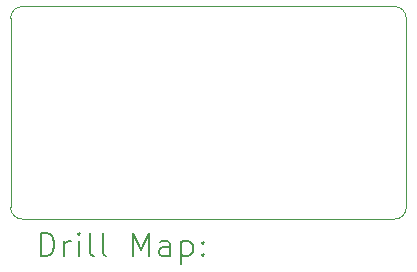
<source format=gbr>
%TF.GenerationSoftware,KiCad,Pcbnew,7.0.8*%
%TF.CreationDate,2024-04-01T14:53:32+01:00*%
%TF.ProjectId,daughterboard,64617567-6874-4657-9262-6f6172642e6b,rev?*%
%TF.SameCoordinates,Original*%
%TF.FileFunction,Drillmap*%
%TF.FilePolarity,Positive*%
%FSLAX45Y45*%
G04 Gerber Fmt 4.5, Leading zero omitted, Abs format (unit mm)*
G04 Created by KiCad (PCBNEW 7.0.8) date 2024-04-01 14:53:32*
%MOMM*%
%LPD*%
G01*
G04 APERTURE LIST*
%ADD10C,0.100000*%
%ADD11C,0.200000*%
G04 APERTURE END LIST*
D10*
X13350000Y-10100000D02*
X13350096Y-11704289D01*
X10100000Y-11800000D02*
X13250000Y-11800000D01*
X10100000Y-10000000D02*
X13250000Y-10000000D01*
X10000000Y-10100000D02*
X10000000Y-11700000D01*
X13250000Y-11800000D02*
G75*
G03*
X13350096Y-11704289I4290J95710D01*
G01*
X13350000Y-10100000D02*
G75*
G03*
X13250000Y-10000000I-100000J0D01*
G01*
X10100000Y-10000000D02*
G75*
G03*
X10000000Y-10100000I0J-100000D01*
G01*
X10000000Y-11700000D02*
G75*
G03*
X10100000Y-11800000I100000J0D01*
G01*
D11*
X10255777Y-12116580D02*
X10255777Y-11916580D01*
X10255777Y-11916580D02*
X10303396Y-11916580D01*
X10303396Y-11916580D02*
X10331967Y-11926104D01*
X10331967Y-11926104D02*
X10351015Y-11945151D01*
X10351015Y-11945151D02*
X10360539Y-11964199D01*
X10360539Y-11964199D02*
X10370063Y-12002294D01*
X10370063Y-12002294D02*
X10370063Y-12030865D01*
X10370063Y-12030865D02*
X10360539Y-12068961D01*
X10360539Y-12068961D02*
X10351015Y-12088008D01*
X10351015Y-12088008D02*
X10331967Y-12107056D01*
X10331967Y-12107056D02*
X10303396Y-12116580D01*
X10303396Y-12116580D02*
X10255777Y-12116580D01*
X10455777Y-12116580D02*
X10455777Y-11983246D01*
X10455777Y-12021342D02*
X10465301Y-12002294D01*
X10465301Y-12002294D02*
X10474824Y-11992770D01*
X10474824Y-11992770D02*
X10493872Y-11983246D01*
X10493872Y-11983246D02*
X10512920Y-11983246D01*
X10579586Y-12116580D02*
X10579586Y-11983246D01*
X10579586Y-11916580D02*
X10570063Y-11926104D01*
X10570063Y-11926104D02*
X10579586Y-11935627D01*
X10579586Y-11935627D02*
X10589110Y-11926104D01*
X10589110Y-11926104D02*
X10579586Y-11916580D01*
X10579586Y-11916580D02*
X10579586Y-11935627D01*
X10703396Y-12116580D02*
X10684348Y-12107056D01*
X10684348Y-12107056D02*
X10674824Y-12088008D01*
X10674824Y-12088008D02*
X10674824Y-11916580D01*
X10808158Y-12116580D02*
X10789110Y-12107056D01*
X10789110Y-12107056D02*
X10779586Y-12088008D01*
X10779586Y-12088008D02*
X10779586Y-11916580D01*
X11036729Y-12116580D02*
X11036729Y-11916580D01*
X11036729Y-11916580D02*
X11103396Y-12059437D01*
X11103396Y-12059437D02*
X11170063Y-11916580D01*
X11170063Y-11916580D02*
X11170063Y-12116580D01*
X11351015Y-12116580D02*
X11351015Y-12011818D01*
X11351015Y-12011818D02*
X11341491Y-11992770D01*
X11341491Y-11992770D02*
X11322443Y-11983246D01*
X11322443Y-11983246D02*
X11284348Y-11983246D01*
X11284348Y-11983246D02*
X11265301Y-11992770D01*
X11351015Y-12107056D02*
X11331967Y-12116580D01*
X11331967Y-12116580D02*
X11284348Y-12116580D01*
X11284348Y-12116580D02*
X11265301Y-12107056D01*
X11265301Y-12107056D02*
X11255777Y-12088008D01*
X11255777Y-12088008D02*
X11255777Y-12068961D01*
X11255777Y-12068961D02*
X11265301Y-12049913D01*
X11265301Y-12049913D02*
X11284348Y-12040389D01*
X11284348Y-12040389D02*
X11331967Y-12040389D01*
X11331967Y-12040389D02*
X11351015Y-12030865D01*
X11446253Y-11983246D02*
X11446253Y-12183246D01*
X11446253Y-11992770D02*
X11465301Y-11983246D01*
X11465301Y-11983246D02*
X11503396Y-11983246D01*
X11503396Y-11983246D02*
X11522443Y-11992770D01*
X11522443Y-11992770D02*
X11531967Y-12002294D01*
X11531967Y-12002294D02*
X11541491Y-12021342D01*
X11541491Y-12021342D02*
X11541491Y-12078484D01*
X11541491Y-12078484D02*
X11531967Y-12097532D01*
X11531967Y-12097532D02*
X11522443Y-12107056D01*
X11522443Y-12107056D02*
X11503396Y-12116580D01*
X11503396Y-12116580D02*
X11465301Y-12116580D01*
X11465301Y-12116580D02*
X11446253Y-12107056D01*
X11627205Y-12097532D02*
X11636729Y-12107056D01*
X11636729Y-12107056D02*
X11627205Y-12116580D01*
X11627205Y-12116580D02*
X11617682Y-12107056D01*
X11617682Y-12107056D02*
X11627205Y-12097532D01*
X11627205Y-12097532D02*
X11627205Y-12116580D01*
X11627205Y-11992770D02*
X11636729Y-12002294D01*
X11636729Y-12002294D02*
X11627205Y-12011818D01*
X11627205Y-12011818D02*
X11617682Y-12002294D01*
X11617682Y-12002294D02*
X11627205Y-11992770D01*
X11627205Y-11992770D02*
X11627205Y-12011818D01*
M02*

</source>
